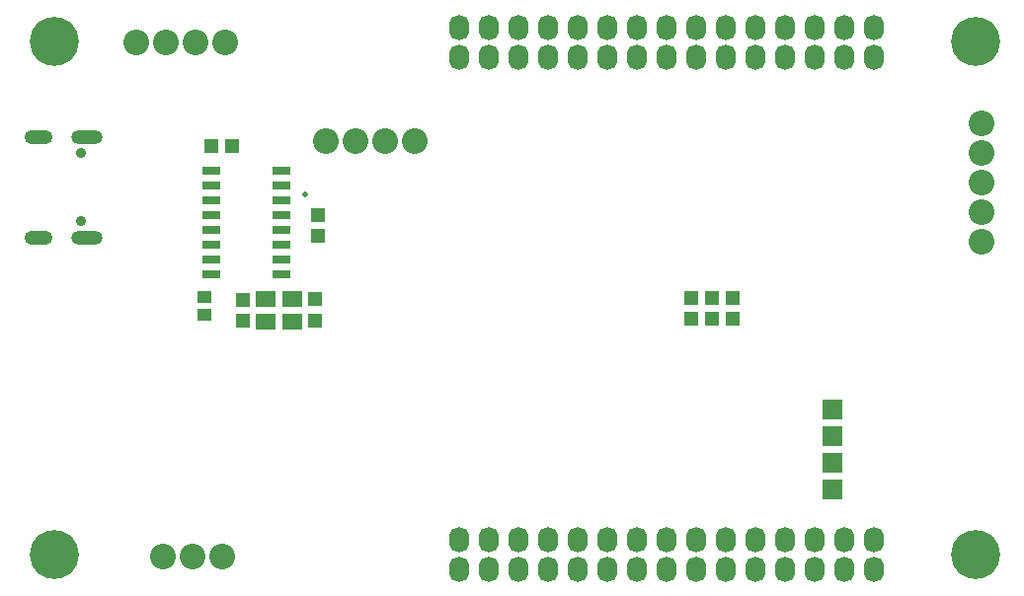
<source format=gbs>
G04 Layer_Color=16711935*
%FSLAX44Y44*%
%MOMM*%
G71*
G01*
G75*
%ADD55R,1.2400X0.9900*%
%ADD57R,1.2032X1.2032*%
%ADD62R,1.7032X1.4032*%
%ADD68R,1.2032X1.2032*%
%ADD71O,0.4032X0.5032*%
%ADD75O,1.7032X2.2032*%
%ADD76C,2.2032*%
%ADD77C,4.2032*%
%ADD78C,0.9032*%
%ADD79O,2.7032X1.2032*%
%ADD80O,2.4032X1.2032*%
%ADD81C,0.5032*%
%ADD82R,1.6032X0.8032*%
%ADD83R,1.7032X1.7032*%
%ADD84R,1.7032X1.7032*%
D55*
X158970Y251220D02*
D03*
Y235980D02*
D03*
D57*
X164880Y381000D02*
D03*
X182850D02*
D03*
D62*
X234188Y249428D02*
D03*
Y230124D02*
D03*
X211582D02*
D03*
Y249428D02*
D03*
D68*
X256540Y303310D02*
D03*
Y321280D02*
D03*
X191770Y230920D02*
D03*
Y248890D02*
D03*
X254000Y249140D02*
D03*
Y231170D02*
D03*
X576580Y250160D02*
D03*
Y232190D02*
D03*
X594360Y250160D02*
D03*
Y232190D02*
D03*
X612140Y250160D02*
D03*
Y232190D02*
D03*
D71*
X162916Y251206D02*
D03*
X155448D02*
D03*
X162916Y235966D02*
D03*
X155448D02*
D03*
D75*
X631190Y43180D02*
D03*
X605790D02*
D03*
X656590D02*
D03*
X580390D02*
D03*
X504190D02*
D03*
X529590D02*
D03*
X554990D02*
D03*
X453390D02*
D03*
X427990D02*
D03*
X402590D02*
D03*
X478790D02*
D03*
X377190D02*
D03*
X478790Y17780D02*
D03*
X377190D02*
D03*
X402590D02*
D03*
X427990D02*
D03*
X453390D02*
D03*
X554990D02*
D03*
X529590D02*
D03*
X504190D02*
D03*
X580390D02*
D03*
X656590D02*
D03*
X605790D02*
D03*
X631190D02*
D03*
X707390D02*
D03*
X681990D02*
D03*
X732790D02*
D03*
Y43180D02*
D03*
X681990D02*
D03*
X707390D02*
D03*
X631190Y482600D02*
D03*
X605790D02*
D03*
X656590D02*
D03*
X580390D02*
D03*
X504190D02*
D03*
X529590D02*
D03*
X554990D02*
D03*
X453390D02*
D03*
X427990D02*
D03*
X402590D02*
D03*
X478790D02*
D03*
X377190D02*
D03*
X478790Y457200D02*
D03*
X377190D02*
D03*
X402590D02*
D03*
X427990D02*
D03*
X453390D02*
D03*
X554990D02*
D03*
X529590D02*
D03*
X504190D02*
D03*
X580390D02*
D03*
X656590D02*
D03*
X605790D02*
D03*
X631190D02*
D03*
X707390D02*
D03*
X681990D02*
D03*
X732790D02*
D03*
Y482600D02*
D03*
X681990D02*
D03*
X707390D02*
D03*
D76*
X174244Y28448D02*
D03*
X148844D02*
D03*
X123444D02*
D03*
X825500Y400050D02*
D03*
Y298450D02*
D03*
Y323850D02*
D03*
Y349250D02*
D03*
Y374650D02*
D03*
X100330Y469900D02*
D03*
X125730D02*
D03*
X151130D02*
D03*
X176530D02*
D03*
X262890Y384810D02*
D03*
X288290D02*
D03*
X313690D02*
D03*
X339090D02*
D03*
D77*
X820000Y470000D02*
D03*
Y30000D02*
D03*
X30000D02*
D03*
Y470000D02*
D03*
D78*
X53420Y374360D02*
D03*
Y316560D02*
D03*
D79*
X58420Y388660D02*
D03*
Y302260D02*
D03*
D80*
X16620Y388660D02*
D03*
Y302260D02*
D03*
D81*
X245110Y339090D02*
D03*
D82*
X224790Y359410D02*
D03*
Y346710D02*
D03*
Y334010D02*
D03*
Y321310D02*
D03*
Y308610D02*
D03*
Y295910D02*
D03*
Y283210D02*
D03*
Y270510D02*
D03*
X164790Y359410D02*
D03*
Y346710D02*
D03*
Y334010D02*
D03*
Y321310D02*
D03*
Y308610D02*
D03*
Y295910D02*
D03*
Y283210D02*
D03*
Y270510D02*
D03*
D83*
X697230Y154940D02*
D03*
Y132080D02*
D03*
Y109220D02*
D03*
D84*
Y86360D02*
D03*
M02*

</source>
